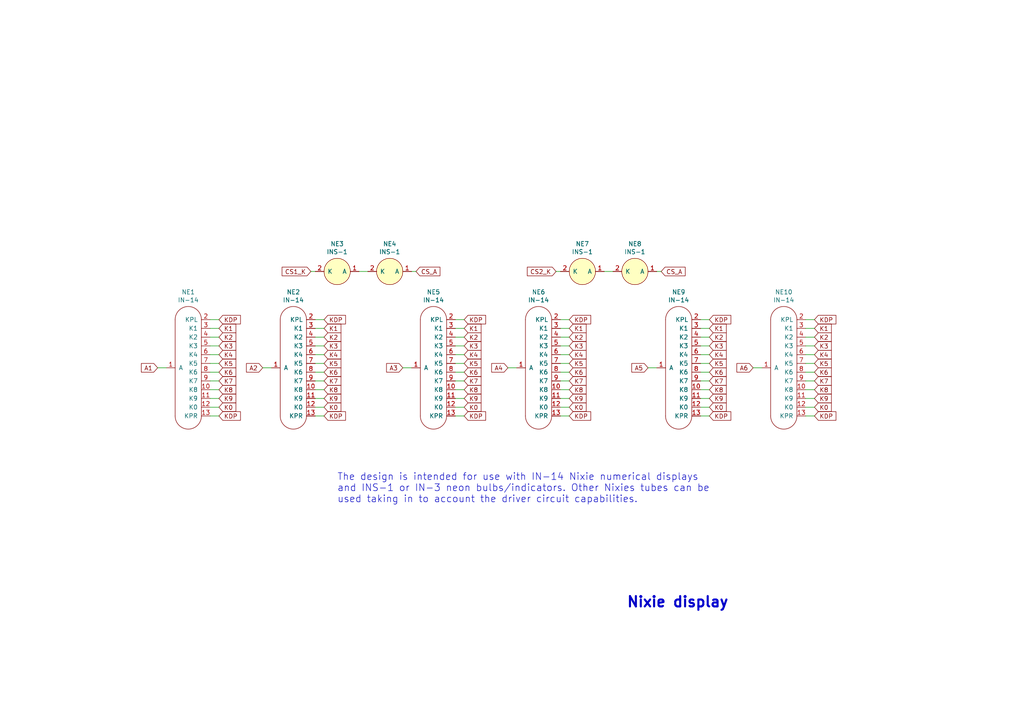
<source format=kicad_sch>
(kicad_sch (version 20211123) (generator eeschema)
  (paper "A4")
  (title_block (title "NixieTTL Clock") (rev "0"))
  (lib_symbols
    (symbol "NixieClock:IN-14" (pin_names (offset 1.016))
      (property "Reference" "NE" (at 3.81 -20.32 0))
      (property "Value" "IN-14" (at 3.81 -22.86 0))
      (symbol "IN-14_1_1"
        (arc (start 0 -13.97) (mid 3.81 -17.78) (end 7.62 -13.97))
        (polyline (pts (xy 0 -13.97) (xy 0 13.97)) (fill (type background)))
        (polyline (pts (xy 7.62 13.97) (xy 7.62 -13.97)) (fill (type background)))
        (arc (start 7.62 13.97) (mid 3.81 17.78) (end 0 13.97))
        (pin passive line (at -2.54 0 0) (length 2.54) (name "A") (number "1"))
        (pin passive line (at 10.16 -6.35 180) (length 2.54) (name "K8") (number "10"))
        (pin passive line (at 10.16 -8.89 180) (length 2.54) (name "K9") (number "11"))
        (pin passive line (at 10.16 -11.43 180) (length 2.54) (name "K0") (number "12"))
        (pin passive line (at 10.16 -13.97 180) (length 2.54) (name "KPR") (number "13"))
        (pin passive line (at 10.16 13.97 180) (length 2.54) (name "KPL") (number "2"))
        (pin passive line (at 10.16 11.43 180) (length 2.54) (name "K1") (number "3"))
        (pin passive line (at 10.16 8.89 180) (length 2.54) (name "K2") (number "4"))
        (pin passive line (at 10.16 6.35 180) (length 2.54) (name "K3") (number "5"))
        (pin passive line (at 10.16 3.81 180) (length 2.54) (name "K4") (number "6"))
        (pin passive line (at 10.16 1.27 180) (length 2.54) (name "K5") (number "7"))
        (pin passive line (at 10.16 -1.27 180) (length 2.54) (name "K6") (number "8"))
        (pin passive line (at 10.16 -3.81 180) (length 2.54) (name "K7") (number "9"))
      )
    )
    (symbol "NixieClock:INS-1" (pin_names (offset 1.016))
      (property "Reference" "NE" (at 0 0 0))
      (property "Value" "INS-1" (at 0 -2.54 0))
      (symbol "INS-1_0_1"
        (circle (center 0 6.35) (radius 3.81) (fill (type background)))
      )
      (symbol "INS-1_1_1"
        (pin passive line (at -6.35 6.35 0) (length 2.54) (name "A") (number "1"))
        (pin passive line (at 6.35 6.35 180) (length 2.54) (name "K") (number "2"))
      )
    )
  )
  (wire (pts (xy 203.2 97.79) (xy 205.74 97.79)))
  (wire (pts (xy 60.96 92.71) (xy 63.5 92.71)))
  (wire (pts (xy 119.38 78.74) (xy 120.65 78.74)))
  (wire (pts (xy 203.2 118.11) (xy 205.74 118.11)))
  (wire (pts (xy 132.08 118.11) (xy 134.62 118.11)))
  (wire (pts (xy 220.98 106.68) (xy 218.44 106.68)))
  (wire (pts (xy 233.68 107.95) (xy 236.22 107.95)))
  (wire (pts (xy 119.38 106.68) (xy 116.84 106.68)))
  (wire (pts (xy 106.68 78.74) (xy 104.14 78.74)))
  (wire (pts (xy 91.44 92.71) (xy 93.98 92.71)))
  (wire (pts (xy 190.5 78.74) (xy 191.77 78.74)))
  (wire (pts (xy 60.96 100.33) (xy 63.5 100.33)))
  (wire (pts (xy 203.2 105.41) (xy 205.74 105.41)))
  (wire (pts (xy 177.8 78.74) (xy 175.26 78.74)))
  (wire (pts (xy 132.08 100.33) (xy 134.62 100.33)))
  (wire (pts (xy 233.68 115.57) (xy 236.22 115.57)))
  (wire (pts (xy 91.44 110.49) (xy 93.98 110.49)))
  (wire (pts (xy 162.56 95.25) (xy 165.1 95.25)))
  (wire (pts (xy 60.96 97.79) (xy 63.5 97.79)))
  (wire (pts (xy 203.2 107.95) (xy 205.74 107.95)))
  (wire (pts (xy 162.56 115.57) (xy 165.1 115.57)))
  (wire (pts (xy 162.56 102.87) (xy 165.1 102.87)))
  (wire (pts (xy 60.96 107.95) (xy 63.5 107.95)))
  (wire (pts (xy 233.68 113.03) (xy 236.22 113.03)))
  (wire (pts (xy 132.08 95.25) (xy 134.62 95.25)))
  (wire (pts (xy 162.56 113.03) (xy 165.1 113.03)))
  (wire (pts (xy 60.96 113.03) (xy 63.5 113.03)))
  (wire (pts (xy 91.44 113.03) (xy 93.98 113.03)))
  (wire (pts (xy 132.08 105.41) (xy 134.62 105.41)))
  (wire (pts (xy 162.56 118.11) (xy 165.1 118.11)))
  (wire (pts (xy 233.68 105.41) (xy 236.22 105.41)))
  (wire (pts (xy 90.17 78.74) (xy 91.44 78.74)))
  (wire (pts (xy 132.08 102.87) (xy 134.62 102.87)))
  (wire (pts (xy 233.68 97.79) (xy 236.22 97.79)))
  (wire (pts (xy 233.68 120.65) (xy 236.22 120.65)))
  (wire (pts (xy 162.56 78.74) (xy 161.29 78.74)))
  (wire (pts (xy 203.2 102.87) (xy 205.74 102.87)))
  (wire (pts (xy 190.5 106.68) (xy 187.96 106.68)))
  (wire (pts (xy 132.08 110.49) (xy 134.62 110.49)))
  (wire (pts (xy 91.44 118.11) (xy 93.98 118.11)))
  (wire (pts (xy 162.56 107.95) (xy 165.1 107.95)))
  (wire (pts (xy 149.86 106.68) (xy 147.32 106.68)))
  (wire (pts (xy 132.08 97.79) (xy 134.62 97.79)))
  (wire (pts (xy 162.56 105.41) (xy 165.1 105.41)))
  (wire (pts (xy 60.96 102.87) (xy 63.5 102.87)))
  (wire (pts (xy 203.2 92.71) (xy 205.74 92.71)))
  (wire (pts (xy 162.56 92.71) (xy 165.1 92.71)))
  (wire (pts (xy 203.2 115.57) (xy 205.74 115.57)))
  (wire (pts (xy 91.44 100.33) (xy 93.98 100.33)))
  (wire (pts (xy 233.68 95.25) (xy 236.22 95.25)))
  (wire (pts (xy 203.2 113.03) (xy 205.74 113.03)))
  (wire (pts (xy 91.44 115.57) (xy 93.98 115.57)))
  (wire (pts (xy 132.08 115.57) (xy 134.62 115.57)))
  (wire (pts (xy 233.68 92.71) (xy 236.22 92.71)))
  (wire (pts (xy 91.44 102.87) (xy 93.98 102.87)))
  (wire (pts (xy 91.44 105.41) (xy 93.98 105.41)))
  (wire (pts (xy 60.96 105.41) (xy 63.5 105.41)))
  (wire (pts (xy 60.96 95.25) (xy 63.5 95.25)))
  (wire (pts (xy 162.56 110.49) (xy 165.1 110.49)))
  (wire (pts (xy 48.26 106.68) (xy 45.72 106.68)))
  (wire (pts (xy 233.68 100.33) (xy 236.22 100.33)))
  (wire (pts (xy 203.2 95.25) (xy 205.74 95.25)))
  (wire (pts (xy 162.56 100.33) (xy 165.1 100.33)))
  (wire (pts (xy 132.08 120.65) (xy 134.62 120.65)))
  (wire (pts (xy 233.68 102.87) (xy 236.22 102.87)))
  (wire (pts (xy 162.56 120.65) (xy 165.1 120.65)))
  (wire (pts (xy 91.44 95.25) (xy 93.98 95.25)))
  (wire (pts (xy 203.2 110.49) (xy 205.74 110.49)))
  (wire (pts (xy 132.08 107.95) (xy 134.62 107.95)))
  (wire (pts (xy 60.96 110.49) (xy 63.5 110.49)))
  (wire (pts (xy 60.96 115.57) (xy 63.5 115.57)))
  (wire (pts (xy 233.68 110.49) (xy 236.22 110.49)))
  (wire (pts (xy 78.74 106.68) (xy 76.2 106.68)))
  (wire (pts (xy 60.96 118.11) (xy 63.5 118.11)))
  (wire (pts (xy 132.08 113.03) (xy 134.62 113.03)))
  (wire (pts (xy 132.08 92.71) (xy 134.62 92.71)))
  (wire (pts (xy 203.2 100.33) (xy 205.74 100.33)))
  (wire (pts (xy 60.96 120.65) (xy 63.5 120.65)))
  (wire (pts (xy 91.44 97.79) (xy 93.98 97.79)))
  (wire (pts (xy 162.56 97.79) (xy 165.1 97.79)))
  (wire (pts (xy 203.2 120.65) (xy 205.74 120.65)))
  (wire (pts (xy 91.44 120.65) (xy 93.98 120.65)))
  (wire (pts (xy 91.44 107.95) (xy 93.98 107.95)))
  (wire (pts (xy 233.68 118.11) (xy 236.22 118.11)))
  (text "Nixie display" (at 181.61 176.53 0) (effects (font (size 2.9972 2.9972) (thickness 0.5994) bold) (justify left bottom)))
  (text "The design is intended for use with IN-14 Nixie numerical displays \nand INS-1 or IN-3 neon bulbs/indicators. Other Nixies tubes can be \nused taking in to account the driver circuit capabilities." (at 97.79 146.05 0) (effects (font (size 2.0066 2.0066)) (justify left bottom)))
  (global_label "A3" (shape input) (at 116.84 106.68 180) (property "Intersheet References" "${INTERSHEET_REFS}" (effects hide)))
  (global_label "KDP" (shape input) (at 93.98 120.65 0) (property "Intersheet References" "${INTERSHEET_REFS}" (effects hide)))
  (global_label "K6" (shape input) (at 134.62 107.95 0) (property "Intersheet References" "${INTERSHEET_REFS}" (effects hide)))
  (global_label "K0" (shape input) (at 165.1 118.11 0) (property "Intersheet References" "${INTERSHEET_REFS}" (effects hide)))
  (global_label "K3" (shape input) (at 63.5 100.33 0) (property "Intersheet References" "${INTERSHEET_REFS}" (effects hide)))
  (global_label "K4" (shape input) (at 165.1 102.87 0) (property "Intersheet References" "${INTERSHEET_REFS}" (effects hide)))
  (global_label "K3" (shape input) (at 205.74 100.33 0) (property "Intersheet References" "${INTERSHEET_REFS}" (effects hide)))
  (global_label "K9" (shape input) (at 63.5 115.57 0) (property "Intersheet References" "${INTERSHEET_REFS}" (effects hide)))
  (global_label "K7" (shape input) (at 93.98 110.49 0) (property "Intersheet References" "${INTERSHEET_REFS}" (effects hide)))
  (global_label "K9" (shape input) (at 205.74 115.57 0) (property "Intersheet References" "${INTERSHEET_REFS}" (effects hide)))
  (global_label "K4" (shape input) (at 236.22 102.87 0) (property "Intersheet References" "${INTERSHEET_REFS}" (effects hide)))
  (global_label "K9" (shape input) (at 236.22 115.57 0) (property "Intersheet References" "${INTERSHEET_REFS}" (effects hide)))
  (global_label "K7" (shape input) (at 205.74 110.49 0) (property "Intersheet References" "${INTERSHEET_REFS}" (effects hide)))
  (global_label "KDP" (shape input) (at 236.22 92.71 0) (property "Intersheet References" "${INTERSHEET_REFS}" (effects hide)))
  (global_label "KDP" (shape input) (at 205.74 120.65 0) (property "Intersheet References" "${INTERSHEET_REFS}" (effects hide)))
  (global_label "KDP" (shape input) (at 63.5 120.65 0) (property "Intersheet References" "${INTERSHEET_REFS}" (effects hide)))
  (global_label "KDP" (shape input) (at 165.1 92.71 0) (property "Intersheet References" "${INTERSHEET_REFS}" (effects hide)))
  (global_label "K5" (shape input) (at 165.1 105.41 0) (property "Intersheet References" "${INTERSHEET_REFS}" (effects hide)))
  (global_label "K1" (shape input) (at 236.22 95.25 0) (property "Intersheet References" "${INTERSHEET_REFS}" (effects hide)))
  (global_label "K5" (shape input) (at 93.98 105.41 0) (property "Intersheet References" "${INTERSHEET_REFS}" (effects hide)))
  (global_label "KDP" (shape input) (at 93.98 92.71 0) (property "Intersheet References" "${INTERSHEET_REFS}" (effects hide)))
  (global_label "K8" (shape input) (at 236.22 113.03 0) (property "Intersheet References" "${INTERSHEET_REFS}" (effects hide)))
  (global_label "K2" (shape input) (at 205.74 97.79 0) (property "Intersheet References" "${INTERSHEET_REFS}" (effects hide)))
  (global_label "K6" (shape input) (at 93.98 107.95 0) (property "Intersheet References" "${INTERSHEET_REFS}" (effects hide)))
  (global_label "K1" (shape input) (at 93.98 95.25 0) (property "Intersheet References" "${INTERSHEET_REFS}" (effects hide)))
  (global_label "CS_A" (shape input) (at 191.77 78.74 0) (property "Intersheet References" "${INTERSHEET_REFS}" (effects hide)))
  (global_label "K8" (shape input) (at 93.98 113.03 0) (property "Intersheet References" "${INTERSHEET_REFS}" (effects hide)))
  (global_label "CS1_K" (shape input) (at 90.17 78.74 180) (property "Intersheet References" "${INTERSHEET_REFS}" (effects hide)))
  (global_label "K8" (shape input) (at 205.74 113.03 0) (property "Intersheet References" "${INTERSHEET_REFS}" (effects hide)))
  (global_label "K5" (shape input) (at 134.62 105.41 0) (property "Intersheet References" "${INTERSHEET_REFS}" (effects hide)))
  (global_label "K1" (shape input) (at 165.1 95.25 0) (property "Intersheet References" "${INTERSHEET_REFS}" (effects hide)))
  (global_label "K0" (shape input) (at 93.98 118.11 0) (property "Intersheet References" "${INTERSHEET_REFS}" (effects hide)))
  (global_label "KDP" (shape input) (at 134.62 120.65 0) (property "Intersheet References" "${INTERSHEET_REFS}" (effects hide)))
  (global_label "K8" (shape input) (at 63.5 113.03 0) (property "Intersheet References" "${INTERSHEET_REFS}" (effects hide)))
  (global_label "K3" (shape input) (at 93.98 100.33 0) (property "Intersheet References" "${INTERSHEET_REFS}" (effects hide)))
  (global_label "K6" (shape input) (at 205.74 107.95 0) (property "Intersheet References" "${INTERSHEET_REFS}" (effects hide)))
  (global_label "K2" (shape input) (at 63.5 97.79 0) (property "Intersheet References" "${INTERSHEET_REFS}" (effects hide)))
  (global_label "K1" (shape input) (at 205.74 95.25 0) (property "Intersheet References" "${INTERSHEET_REFS}" (effects hide)))
  (global_label "K8" (shape input) (at 134.62 113.03 0) (property "Intersheet References" "${INTERSHEET_REFS}" (effects hide)))
  (global_label "K2" (shape input) (at 165.1 97.79 0) (property "Intersheet References" "${INTERSHEET_REFS}" (effects hide)))
  (global_label "CS2_K" (shape input) (at 161.29 78.74 180) (property "Intersheet References" "${INTERSHEET_REFS}" (effects hide)))
  (global_label "K8" (shape input) (at 165.1 113.03 0) (property "Intersheet References" "${INTERSHEET_REFS}" (effects hide)))
  (global_label "A1" (shape input) (at 45.72 106.68 180) (property "Intersheet References" "${INTERSHEET_REFS}" (effects hide)))
  (global_label "A2" (shape input) (at 76.2 106.68 180) (property "Intersheet References" "${INTERSHEET_REFS}" (effects hide)))
  (global_label "KDP" (shape input) (at 205.74 92.71 0) (property "Intersheet References" "${INTERSHEET_REFS}" (effects hide)))
  (global_label "K9" (shape input) (at 93.98 115.57 0) (property "Intersheet References" "${INTERSHEET_REFS}" (effects hide)))
  (global_label "K2" (shape input) (at 93.98 97.79 0) (property "Intersheet References" "${INTERSHEET_REFS}" (effects hide)))
  (global_label "K4" (shape input) (at 93.98 102.87 0) (property "Intersheet References" "${INTERSHEET_REFS}" (effects hide)))
  (global_label "K6" (shape input) (at 63.5 107.95 0) (property "Intersheet References" "${INTERSHEET_REFS}" (effects hide)))
  (global_label "K7" (shape input) (at 134.62 110.49 0) (property "Intersheet References" "${INTERSHEET_REFS}" (effects hide)))
  (global_label "K7" (shape input) (at 236.22 110.49 0) (property "Intersheet References" "${INTERSHEET_REFS}" (effects hide)))
  (global_label "K0" (shape input) (at 134.62 118.11 0) (property "Intersheet References" "${INTERSHEET_REFS}" (effects hide)))
  (global_label "K9" (shape input) (at 165.1 115.57 0) (property "Intersheet References" "${INTERSHEET_REFS}" (effects hide)))
  (global_label "K5" (shape input) (at 205.74 105.41 0) (property "Intersheet References" "${INTERSHEET_REFS}" (effects hide)))
  (global_label "K6" (shape input) (at 165.1 107.95 0) (property "Intersheet References" "${INTERSHEET_REFS}" (effects hide)))
  (global_label "K7" (shape input) (at 165.1 110.49 0) (property "Intersheet References" "${INTERSHEET_REFS}" (effects hide)))
  (global_label "K4" (shape input) (at 205.74 102.87 0) (property "Intersheet References" "${INTERSHEET_REFS}" (effects hide)))
  (global_label "K4" (shape input) (at 134.62 102.87 0) (property "Intersheet References" "${INTERSHEET_REFS}" (effects hide)))
  (global_label "K0" (shape input) (at 63.5 118.11 0) (property "Intersheet References" "${INTERSHEET_REFS}" (effects hide)))
  (global_label "A5" (shape input) (at 187.96 106.68 180) (property "Intersheet References" "${INTERSHEET_REFS}" (effects hide)))
  (global_label "K2" (shape input) (at 236.22 97.79 0) (property "Intersheet References" "${INTERSHEET_REFS}" (effects hide)))
  (global_label "KDP" (shape input) (at 63.5 92.71 0) (property "Intersheet References" "${INTERSHEET_REFS}" (effects hide)))
  (global_label "K7" (shape input) (at 63.5 110.49 0) (property "Intersheet References" "${INTERSHEET_REFS}" (effects hide)))
  (global_label "KDP" (shape input) (at 236.22 120.65 0) (property "Intersheet References" "${INTERSHEET_REFS}" (effects hide)))
  (global_label "K9" (shape input) (at 134.62 115.57 0) (property "Intersheet References" "${INTERSHEET_REFS}" (effects hide)))
  (global_label "CS_A" (shape input) (at 120.65 78.74 0) (property "Intersheet References" "${INTERSHEET_REFS}" (effects hide)))
  (global_label "K2" (shape input) (at 134.62 97.79 0) (property "Intersheet References" "${INTERSHEET_REFS}" (effects hide)))
  (global_label "K0" (shape input) (at 236.22 118.11 0) (property "Intersheet References" "${INTERSHEET_REFS}" (effects hide)))
  (global_label "K4" (shape input) (at 63.5 102.87 0) (property "Intersheet References" "${INTERSHEET_REFS}" (effects hide)))
  (global_label "K5" (shape input) (at 236.22 105.41 0) (property "Intersheet References" "${INTERSHEET_REFS}" (effects hide)))
  (global_label "KDP" (shape input) (at 134.62 92.71 0) (property "Intersheet References" "${INTERSHEET_REFS}" (effects hide)))
  (global_label "K6" (shape input) (at 236.22 107.95 0) (property "Intersheet References" "${INTERSHEET_REFS}" (effects hide)))
  (global_label "K0" (shape input) (at 205.74 118.11 0) (property "Intersheet References" "${INTERSHEET_REFS}" (effects hide)))
  (global_label "K3" (shape input) (at 134.62 100.33 0) (property "Intersheet References" "${INTERSHEET_REFS}" (effects hide)))
  (global_label "A4" (shape input) (at 147.32 106.68 180) (property "Intersheet References" "${INTERSHEET_REFS}" (effects hide)))
  (global_label "K3" (shape input) (at 236.22 100.33 0) (property "Intersheet References" "${INTERSHEET_REFS}" (effects hide)))
  (global_label "KDP" (shape input) (at 165.1 120.65 0) (property "Intersheet References" "${INTERSHEET_REFS}" (effects hide)))
  (global_label "A6" (shape input) (at 218.44 106.68 180) (property "Intersheet References" "${INTERSHEET_REFS}" (effects hide)))
  (global_label "K5" (shape input) (at 63.5 105.41 0) (property "Intersheet References" "${INTERSHEET_REFS}" (effects hide)))
  (global_label "K1" (shape input) (at 134.62 95.25 0) (property "Intersheet References" "${INTERSHEET_REFS}" (effects hide)))
  (global_label "K1" (shape input) (at 63.5 95.25 0) (property "Intersheet References" "${INTERSHEET_REFS}" (effects hide)))
  (global_label "K3" (shape input) (at 165.1 100.33 0) (property "Intersheet References" "${INTERSHEET_REFS}" (effects hide)))
  (symbol (lib_id "NixieClock:INS-1") (at 168.91 85.09 0) (mirror y) (unit 1)
    (property "Reference" "NE7" (at 168.91 70.739 0))
    (property "Value" "INS-1" (at 168.91 73.0504 0))
    (property "Footprint" "Connector_PinSocket_2.54mm:PinSocket_1x02_P2.54mm_Vertical" (effects hide))
  )
  (symbol (lib_id "NixieClock:INS-1") (at 97.79 85.09 0) (mirror y) (unit 1)
    (property "Reference" "NE3" (at 97.79 70.739 0))
    (property "Value" "INS-1" (at 97.79 73.0504 0))
    (property "Footprint" "Connector_PinSocket_2.54mm:PinSocket_1x02_P2.54mm_Vertical" (effects hide))
  )
  (symbol (lib_id "NixieClock:INS-1") (at 184.15 85.09 0) (mirror y) (unit 1)
    (property "Reference" "NE8" (at 184.15 70.739 0))
    (property "Value" "INS-1" (at 184.15 73.0504 0))
    (property "Footprint" "Connector_PinSocket_2.54mm:PinSocket_1x02_P2.54mm_Vertical" (effects hide))
  )
  (symbol (lib_id "NixieClock:INS-1") (at 113.03 85.09 0) (mirror y) (unit 1)
    (property "Reference" "NE4" (at 113.03 70.739 0))
    (property "Value" "INS-1" (at 113.03 73.0504 0))
    (property "Footprint" "Connector_PinSocket_2.54mm:PinSocket_1x02_P2.54mm_Vertical" (effects hide))
  )
  (symbol (lib_id "NixieClock:IN-14") (at 50.8 106.68 0) (unit 1)
    (property "Reference" "NE1" (at 54.61 84.709 0))
    (property "Value" "IN-14" (at 54.61 87.0204 0))
    (property "Footprint" "NixieClock:IN-14" (effects hide))
  )
  (symbol (lib_id "NixieClock:IN-14") (at 81.28 106.68 0) (unit 1)
    (property "Reference" "NE2" (at 85.09 84.709 0))
    (property "Value" "IN-14" (at 85.09 87.0204 0))
    (property "Footprint" "NixieClock:IN-14" (effects hide))
  )
  (symbol (lib_id "NixieClock:IN-14") (at 121.92 106.68 0) (unit 1)
    (property "Reference" "NE5" (at 125.73 84.709 0))
    (property "Value" "IN-14" (at 125.73 87.0204 0))
    (property "Footprint" "NixieClock:IN-14" (effects hide))
  )
  (symbol (lib_id "NixieClock:IN-14") (at 152.4 106.68 0) (unit 1)
    (property "Reference" "NE6" (at 156.21 84.709 0))
    (property "Value" "IN-14" (at 156.21 87.0204 0))
    (property "Footprint" "NixieClock:IN-14" (effects hide))
  )
  (symbol (lib_id "NixieClock:IN-14") (at 193.04 106.68 0) (unit 1)
    (property "Reference" "NE9" (at 196.85 84.709 0))
    (property "Value" "IN-14" (at 196.85 87.0204 0))
    (property "Footprint" "NixieClock:IN-14" (effects hide))
  )
  (symbol (lib_id "NixieClock:IN-14") (at 223.52 106.68 0) (unit 1)
    (property "Reference" "NE10" (at 227.33 84.709 0))
    (property "Value" "IN-14" (at 227.33 87.0204 0))
    (property "Footprint" "NixieClock:IN-14" (effects hide))
  )
)
</source>
